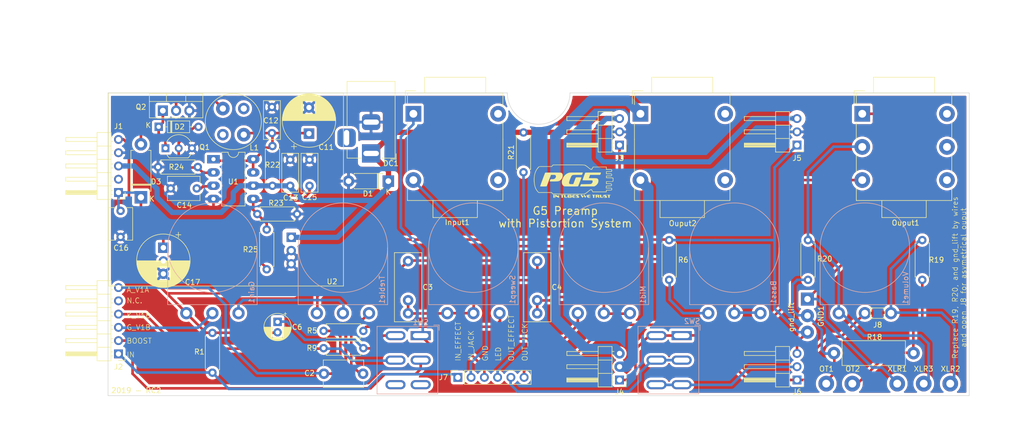
<source format=kicad_pcb>
(kicad_pcb (version 20171130) (host pcbnew "(5.1.2)-1")
  (title_block (title "Pream G5 with Pistortion System") (date 2019-04-25) (rev RC2) (company http://www.projetg5.com) (comment 2 "Licence under Creative Commons BY-NC-SA 4.0") (comment 3 "with A-wai Amplification and LemonAmps") (comment 4 http://www.projetg5.com))
  (layers (0 F.Cu signal) (31 B.Cu signal) (34 B.Paste user) (35 F.Paste user) (36 B.SilkS user) (37 F.SilkS user) (38 B.Mask user) (39 F.Mask user) (44 Edge.Cuts user))
  (net 0 "")
  (net 1 +24V)
  (net 2 "Net-(C2-Pad1)")
  (net 3 "Net-(Bass1-Pad1)")
  (net 4 "Net-(Bass1-Pad2)")
  (net 5 /SIMCAB_OUT)
  (net 6 "Net-(Gain1-Pad3)")
  (net 7 "Net-(GND1-Pad1)")
  (net 8 "Net-(OT2-Pad1)")
  (net 9 /A_V1A)
  (net 10 /G_V1B)
  (net 11 /IN_EFFECT)
  (net 12 /K_V1B)
  (net 13 "Net-(Ouput1-PadR)")
  (net 14 GNDS)
  (net 15 "Net-(J8-Pad1)")
  (net 16 /PEAK)
  (net 17 /HT2)
  (net 18 "Net-(D2-Pad1)")
  (net 19 "Net-(D2-Pad2)")
  (net 20 /HT1)
  (net 21 GNDREF)
  (net 22 /BOOST)
  (net 23 /LINE_OUT)
  (net 24 /HP2)
  (net 25 /HP1)
  (net 26 "Net-(J1-Pad2)")
  (net 27 "Net-(J2-Pad5)")
  (net 28 "Net-(SW1-Pad3)")
  (net 29 "Net-(SW1-Pad6)")
  (net 30 /IN_JACK)
  (net 31 /LED)
  (net 32 /OUT_EFFECT)
  (net 33 /OUT_JACK)
  (net 34 "Net-(C3-Pad2)")
  (net 35 "Net-(C4-Pad2)")
  (net 36 "Net-(C6-Pad1)")
  (net 37 "Net-(C14-Pad1)")
  (net 38 "Net-(C15-Pad1)")
  (net 39 "Net-(R5-Pad2)")
  (net 40 "Net-(GND1-Pad2)")
  (module Connector_Wire:SolderWirePad_1x03_P3.175mm_Drill1mm (layer F.Cu) (at 214 141.5 270)
    (fp_text reference GND1 (at 3.29 -2.59 90) (layer F.SilkS))
    (fp_text value GND)
    (pad 3 thru_hole circle (at 6.35 0 270) (size 2.49936 2.49936) (drill 1.2) (layers *.Cu *.Mask) (net 14 GNDS))
    (pad 2 thru_hole circle (at 3.175 0 270) (size 2.49936 2.49936) (drill 1.2) (layers *.Cu *.Mask) (net 40 "Net-(GND1-Pad2)"))
    (pad 1 thru_hole rect (at 0 0 270) (size 2.49936 2.49936) (drill 1.2) (layers *.Cu *.Mask) (net 7 "Net-(GND1-Pad1)"))
  )
  (module Symbol:PG5_Logo_15mm_SilkScreen (layer F.Cu) (at 169.2 118.66)
    (fp_text reference REF** hide)
    (fp_text value PG5_Logo_15mm_SilkScreen hide)
  )
  (module Capacitor_THT:CP_Radial_D5.0mm_P2.00mm (layer F.Cu) (at 112.48 145.87 270)
    (fp_text reference C6 (at 1 -3.75 180) (layer F.SilkS))
    (fp_text value 22µF/25V)
    (pad 2 thru_hole circle (at 2 0 270) (size 1.6 1.6) (drill 0.8) (layers *.Cu *.Mask) (net 14 GNDS))
    (pad 1 thru_hole rect (at 0 0 270) (size 1.6 1.6) (drill 0.8) (layers *.Cu *.Mask) (net 36 "Net-(C6-Pad1)"))
  )
  (module Resistor_THT:R_Axial_DIN0414_L11.9mm_D4.5mm_P15.24mm_Horizontal (layer F.Cu) (at 234.32 151.85 180)
    (fp_text reference R18 (at 7.47 3.06 180) (layer F.SilkS))
    (fp_text value 100R/2W)
    (pad 2 thru_hole oval (at 15.24 0 180) (size 2.4 2.4) (drill 1.2) (layers *.Cu *.Mask) (net 40 "Net-(GND1-Pad2)"))
    (pad 1 thru_hole circle (at 0 0 180) (size 2.4 2.4) (drill 1.2) (layers *.Cu *.Mask) (net 8 "Net-(OT2-Pad1)"))
  )
  (module Converter_DCDC:NCH6100HV (layer F.Cu) (at 125.1 139 180)
    (fp_text reference U2 (at 2.18 0.85 180) (layer F.SilkS))
    (fp_text value NCH6100HV)
    (pad 4 thru_hole rect (at 34.5 7.34 180) (size 1.8 1.8) (drill 1) (layers *.Cu *.Mask) (net 17 /HT2))
    (pad 5 thru_hole circle (at 34.5 4.8 180) (size 1.8 1.8) (drill 1) (layers *.Cu *.Mask) (net 21 GNDREF))
    (pad 1 thru_hole rect (at 10 9.33 180) (size 1.8 1.8) (drill 1) (layers *.Cu *.Mask) (net 1 +24V))
    (pad 2 thru_hole circle (at 10 6.79 180) (size 1.8 1.8) (drill 1) (layers *.Cu *.Mask) (net 21 GNDREF))
    (pad 3 thru_hole circle (at 10 4.25 180) (size 1.8 1.8) (drill 1) (layers *.Cu *.Mask) (net 21 GNDREF))
  )
  (module ProjectLib_main:C_Rect_L13.0mm_W5.0mm_P7.5mm_or_P10.00mm_FKS3_FKP3_MKS4 (layer F.Cu) (at 162.23 134.23 270)
    (fp_text reference C4 (at 5 -3.75) (layer F.SilkS))
    (fp_text value 47nF)
    (pad 2 thru_hole circle (at 10 0 270) (size 2 2) (drill 1) (layers *.Cu *.Mask) (net 35 "Net-(C4-Pad2)"))
    (pad 1 thru_hole circle (at 0 0 270) (size 2 2) (drill 1) (layers *.Cu *.Mask) (net 34 "Net-(C3-Pad2)"))
    (pad 3 thru_hole circle (at 7.5 0 270) (size 2 2) (drill 1) (layers *.Cu *.Mask))
  )
  (module ProjectLib_main:C_Rect_L13.0mm_W5.0mm_P7.5mm_or_P10.00mm_FKS3_FKP3_MKS4 (layer F.Cu) (at 137.49 134.23 270)
    (fp_text reference C3 (at 5 -3.75) (layer F.SilkS))
    (fp_text value 100nF)
    (pad 2 thru_hole circle (at 10 0 270) (size 2 2) (drill 1) (layers *.Cu *.Mask) (net 34 "Net-(C3-Pad2)"))
    (pad 1 thru_hole circle (at 0 0 270) (size 2 2) (drill 1) (layers *.Cu *.Mask) (net 4 "Net-(Bass1-Pad2)"))
    (pad 3 thru_hole circle (at 7.5 0 270) (size 2 2) (drill 1) (layers *.Cu *.Mask))
  )
  (module ProjectLib_main:Jack_6.35mm_Neutrik_NMJ4HCD2_Horizontal (layer F.Cu) (at 182 118.7 90)
    (fp_text reference Ouput2 (at -8.3 8.1 180) (layer F.SilkS))
    (fp_text value HP)
    (pad TN thru_hole circle (at 0 16.23 90) (size 3 3) (drill 1.5) (layers *.Cu *.Mask))
    (pad SN thru_hole circle (at 12.7 16.23 90) (size 3 3) (drill 1.5) (layers *.Cu *.Mask))
    (pad T thru_hole circle (at 0 0 90) (size 3 3) (drill 1.5) (layers *.Cu *.Mask) (net 25 /HP1))
    (pad S thru_hole rect (at 12.7 0 90) (size 3 3) (drill 1.5) (layers *.Cu *.Mask) (net 24 /HP2))
  )
  (module ProjectLib_main:Jack_6.35mm_Neutrik_NMJ4HCD2_Horizontal (layer F.Cu) (at 138.5 118.7 90)
    (fp_text reference Input1 (at -8.1 8.4 180) (layer F.SilkS))
    (fp_text value Input)
    (pad TN thru_hole circle (at 0 16.23 90) (size 3 3) (drill 1.5) (layers *.Cu *.Mask))
    (pad SN thru_hole circle (at 12.7 16.23 90) (size 3 3) (drill 1.5) (layers *.Cu *.Mask))
    (pad T thru_hole circle (at 0 0 90) (size 3 3) (drill 1.5) (layers *.Cu *.Mask) (net 30 /IN_JACK))
    (pad S thru_hole rect (at 12.7 0 90) (size 3 3) (drill 1.5) (layers *.Cu *.Mask) (net 14 GNDS))
  )
  (module Connector_Audio:Jack_3.5mm_Neutrik_NMJ6HCD2_Horizontal (layer F.Cu) (at 224.5 118.7 90)
    (fp_text reference Ouput1 (at -8.2 8.3 180) (layer F.SilkS))
    (fp_text value Out)
    (pad S thru_hole rect (at 12.7 0 90) (size 3 3) (drill 1.5) (layers *.Cu *.Mask) (net 7 "Net-(GND1-Pad1)"))
    (pad T thru_hole circle (at 0 0 90) (size 3 3) (drill 1.5) (layers *.Cu *.Mask) (net 33 /OUT_JACK))
    (pad R thru_hole circle (at 6.35 0 90) (size 3 3) (drill 1.5) (layers *.Cu *.Mask) (net 13 "Net-(Ouput1-PadR)"))
    (pad SN thru_hole circle (at 12.7 16.23 90) (size 3 3) (drill 1.5) (layers *.Cu *.Mask))
    (pad TN thru_hole circle (at 0 16.23 90) (size 3 3) (drill 1.5) (layers *.Cu *.Mask))
    (pad RN thru_hole circle (at 6.35 16.23 90) (size 3 3) (drill 1.5) (layers *.Cu *.Mask))
  )
  (module Potentiometer_THT:Potentiometer_Omeg_PC16BU_Vertical (layer B.Cu) (at 95 144.2 90)
    (fp_text reference Gain1 (at 4 12.5 90) (layer B.SilkS) (effects (justify mirror)))
    (fp_text value "1M log")
    (pad 3 thru_hole circle (at 0 10 90) (size 2.34 2.34) (drill 1.3) (layers *.Cu *.Mask) (net 6 "Net-(Gain1-Pad3)"))
    (pad 2 thru_hole circle (at 0 5 90) (size 2.34 2.34) (drill 1.3) (layers *.Cu *.Mask) (net 10 /G_V1B))
    (pad 1 thru_hole circle (at 0 0 90) (size 2.34 2.34) (drill 1.3) (layers *.Cu *.Mask) (net 14 GNDS))
  )
  (module Potentiometer_THT:Potentiometer_Omeg_PC16BU_Vertical (layer B.Cu) (at 145 144.2 90)
    (fp_text reference Sweep1 (at 4.5 12.5 90) (layer B.SilkS) (effects (justify mirror)))
    (fp_text value "50k lin")
    (pad 3 thru_hole circle (at 0 10 90) (size 2.34 2.34) (drill 1.3) (layers *.Cu *.Mask) (net 39 "Net-(R5-Pad2)"))
    (pad 2 thru_hole circle (at 0 5 90) (size 2.34 2.34) (drill 1.3) (layers *.Cu *.Mask) (net 34 "Net-(C3-Pad2)"))
    (pad 1 thru_hole circle (at 0 0 90) (size 2.34 2.34) (drill 1.3) (layers *.Cu *.Mask) (net 34 "Net-(C3-Pad2)"))
  )
  (module Potentiometer_THT:Potentiometer_Omeg_PC16BU_Vertical (layer B.Cu) (at 170 144.2 90)
    (fp_text reference Mid1 (at 3.5 12.5 90) (layer B.SilkS) (effects (justify mirror)))
    (fp_text value "100k log")
    (pad 3 thru_hole circle (at 0 10 90) (size 2.34 2.34) (drill 1.3) (layers *.Cu *.Mask) (net 35 "Net-(C4-Pad2)"))
    (pad 2 thru_hole circle (at 0 5 90) (size 2.34 2.34) (drill 1.3) (layers *.Cu *.Mask) (net 35 "Net-(C4-Pad2)"))
    (pad 1 thru_hole circle (at 0 0 90) (size 2.34 2.34) (drill 1.3) (layers *.Cu *.Mask) (net 14 GNDS))
  )
  (module Potentiometer_THT:Potentiometer_Omeg_PC16BU_Vertical (layer B.Cu) (at 120 144.2 90)
    (fp_text reference Treble1 (at 4.5 12.5 90) (layer B.SilkS) (effects (justify mirror)))
    (fp_text value "250k lin")
    (pad 3 thru_hole circle (at 0 10 90) (size 2.34 2.34) (drill 1.3) (layers *.Cu *.Mask) (net 2 "Net-(C2-Pad1)"))
    (pad 2 thru_hole circle (at 0 5 90) (size 2.34 2.34) (drill 1.3) (layers *.Cu *.Mask) (net 6 "Net-(Gain1-Pad3)"))
    (pad 1 thru_hole circle (at 0 0 90) (size 2.34 2.34) (drill 1.3) (layers *.Cu *.Mask) (net 4 "Net-(Bass1-Pad2)"))
  )
  (module Potentiometer_THT:Potentiometer_Omeg_PC16BU_Vertical (layer B.Cu) (at 195 144.2 90)
    (fp_text reference Bass1 (at 4 12.5 90) (layer B.SilkS) (effects (justify mirror)))
    (fp_text value "250k log")
    (pad 3 thru_hole circle (at 0 10 90) (size 2.34 2.34) (drill 1.3) (layers *.Cu *.Mask) (net 4 "Net-(Bass1-Pad2)"))
    (pad 2 thru_hole circle (at 0 5 90) (size 2.34 2.34) (drill 1.3) (layers *.Cu *.Mask) (net 4 "Net-(Bass1-Pad2)"))
    (pad 1 thru_hole circle (at 0 0 90) (size 2.34 2.34) (drill 1.3) (layers *.Cu *.Mask) (net 3 "Net-(Bass1-Pad1)"))
  )
  (module Potentiometer_THT:Potentiometer_Omeg_PC16BU_Vertical (layer B.Cu) (at 220 144.2 90)
    (fp_text reference Volume1 (at 4.8 12.8 90) (layer B.SilkS) (effects (justify mirror)))
    (fp_text value 1k)
    (pad 3 thru_hole circle (at 0 10 90) (size 2.34 2.34) (drill 1.3) (layers *.Cu *.Mask) (net 15 "Net-(J8-Pad1)"))
    (pad 2 thru_hole circle (at 0 5 90) (size 2.34 2.34) (drill 1.3) (layers *.Cu *.Mask) (net 23 /LINE_OUT))
    (pad 1 thru_hole circle (at 0 0 90) (size 2.34 2.34) (drill 1.3) (layers *.Cu *.Mask) (net 13 "Net-(Ouput1-PadR)"))
  )
  (module Diode_THT:D_DO-41_SOD81_P7.62mm_Horizontal (layer F.Cu) (at 133.7 118.9 180)
    (fp_text reference D1 (at 3.9 -2.4) (layer F.SilkS))
    (fp_text value 1N4007)
    (fp_text user K (at 0 -2.1 180) (layer F.SilkS))
    (pad 1 thru_hole rect (at 0 0 180) (size 2.2 2.2) (drill 1.1) (layers *.Cu *.Mask) (net 1 +24V))
    (pad 2 thru_hole oval (at 7.62 0 180) (size 2.2 2.2) (drill 1.1) (layers *.Cu *.Mask) (net 21 GNDREF))
  )
  (module Connector_Wire:SolderWirePad_1x01_Drill2mm (layer F.Cu) (at 222.68 157.2)
    (fp_text reference OT2 (at -0.01 -2.32) (layer F.SilkS))
    (fp_text value 125A)
    (pad 1 thru_hole circle (at -0.08 0.5) (size 3 3) (drill 1.5) (layers *.Cu *.Mask) (net 8 "Net-(OT2-Pad1)"))
  )
  (module Connector_Wire:SolderWirePad_1x01_Drill2mm (layer F.Cu) (at 217.6 157.2)
    (fp_text reference OT1 (at 0.04 -2.32) (layer F.SilkS))
    (fp_text value 125A)
    (pad 1 thru_hole circle (at 0 0.5) (size 3 3) (drill 1.5) (layers *.Cu *.Mask) (net 40 "Net-(GND1-Pad2)"))
  )
  (module Connector_BarrelJack:BarrelJack_Horizontal (layer F.Cu) (at 130.4 113.6 270)
    (fp_text reference DC1 (at 1.9 -3.8) (layer F.SilkS))
    (fp_text value Barrel_Jack)
    (pad 1 thru_hole rect (at 0 0 270) (size 3.5 3.5) (drill oval 1 3) (layers *.Cu *.Mask) (net 1 +24V))
    (pad 2 thru_hole roundrect (at -6 0 270) (size 3 3.5) (drill oval 1 3) (layers *.Cu *.Mask) (net 21 GNDREF))
    (pad 3 thru_hole roundrect (at -3 4.7 270) (size 3.5 3.5) (drill oval 3 1) (layers *.Cu *.Mask))
  )
  (module Connector_Wire:SolderWirePad_1x01_Drill2mm (layer F.Cu) (at 231.2 157.2)
    (fp_text reference XLR1 (at 0.02 -2.32) (layer F.SilkS))
    (fp_text value 1)
    (pad 1 thru_hole circle (at 0 0.5) (size 3 3) (drill 1.5) (layers *.Cu *.Mask) (net 7 "Net-(GND1-Pad1)"))
  )
  (module Connector_Wire:SolderWirePad_1x01_Drill2mm (layer F.Cu) (at 241.36 157.2)
    (fp_text reference XLR2 (at 0.05 -2.32) (layer F.SilkS))
    (fp_text value 2)
    (pad 1 thru_hole circle (at 0 0.5) (size 3 3) (drill 1.5) (layers *.Cu *.Mask) (net 15 "Net-(J8-Pad1)"))
  )
  (module Connector_Wire:SolderWirePad_1x01_Drill2mm (layer F.Cu) (at 236.28 157.2)
    (fp_text reference XLR3 (at -0.03 -2.32) (layer F.SilkS))
    (fp_text value 3)
    (pad 1 thru_hole circle (at 0 0.5) (size 3 3) (drill 1.5) (layers *.Cu *.Mask) (net 13 "Net-(Ouput1-PadR)"))
  )
  (module Capacitor_THT:C_Disc_D7.5mm_W5.0mm_P7.50mm (layer F.Cu) (at 128.86 155.8 180)
    (fp_text reference C2 (at 10.26 0.1) (layer F.SilkS))
    (fp_text value 250pF)
    (pad 1 thru_hole circle (at 0 0 180) (size 2 2) (drill 1) (layers *.Cu *.Mask) (net 2 "Net-(C2-Pad1)"))
    (pad 2 thru_hole circle (at 7.5 0 180) (size 2 2) (drill 1) (layers *.Cu *.Mask) (net 9 /A_V1A))
  )
  (module Jumper:SolderJumper-2_P1.3mm_Open_Pad1.0x1.5mm (layer F.Cu) (at 227.45 144.2 180)
    (fp_text reference J8 (at 0 -2.25 180) (layer F.SilkS))
    (fp_text value "LEVEL 3-2")
    (pad 2 smd rect (at 0.65 0 180) (size 1 1.5) (layers F.Cu F.Mask) (net 23 /LINE_OUT))
    (pad 1 smd rect (at -0.65 0 180) (size 1 1.5) (layers F.Cu F.Mask) (net 15 "Net-(J8-Pad1)"))
  )
  (module Resistor_THT:R_Axial_DIN0207_L6.3mm_D2.5mm_P7.62mm_Horizontal (layer F.Cu) (at 100 155.6 90)
    (fp_text reference R1 (at 4 -2.5) (layer F.SilkS))
    (fp_text value 1M)
    (pad 1 thru_hole circle (at 0 0 90) (size 1.6 1.6) (drill 0.8) (layers *.Cu *.Mask) (net 11 /IN_EFFECT))
    (pad 2 thru_hole oval (at 7.62 0 90) (size 1.6 1.6) (drill 0.8) (layers *.Cu *.Mask) (net 14 GNDS))
  )
  (module Resistor_THT:R_Axial_DIN0207_L6.3mm_D2.5mm_P7.62mm_Horizontal (layer F.Cu) (at 121.3 147.6)
    (fp_text reference R5 (at -2.2 -0.05) (layer F.SilkS))
    (fp_text value 47k)
    (pad 1 thru_hole circle (at 0 0) (size 1.6 1.6) (drill 0.8) (layers *.Cu *.Mask) (net 9 /A_V1A))
    (pad 2 thru_hole oval (at 7.62 0) (size 1.6 1.6) (drill 0.8) (layers *.Cu *.Mask) (net 39 "Net-(R5-Pad2)"))
  )
  (module Resistor_THT:R_Axial_DIN0207_L6.3mm_D2.5mm_P7.62mm_Horizontal (layer F.Cu) (at 187.5 137.82 90)
    (fp_text reference R6 (at 3.82 2.7 180) (layer F.SilkS))
    (fp_text value 15k)
    (pad 1 thru_hole circle (at 0 0 90) (size 1.6 1.6) (drill 0.8) (layers *.Cu *.Mask) (net 3 "Net-(Bass1-Pad1)"))
    (pad 2 thru_hole oval (at 7.62 0 90) (size 1.6 1.6) (drill 0.8) (layers *.Cu *.Mask) (net 14 GNDS))
  )
  (module Resistor_THT:R_Axial_DIN0207_L6.3mm_D2.5mm_P7.62mm_Horizontal (layer F.Cu) (at 121.3 150.9)
    (fp_text reference R9 (at -2.25 0) (layer F.SilkS))
    (fp_text value 100k)
    (pad 2 thru_hole oval (at 7.62 0) (size 1.6 1.6) (drill 0.8) (layers *.Cu *.Mask) (net 36 "Net-(C6-Pad1)"))
    (pad 1 thru_hole circle (at 0 0) (size 1.6 1.6) (drill 0.8) (layers *.Cu *.Mask) (net 12 /K_V1B))
  )
  (module Resistor_THT:R_Axial_DIN0207_L6.3mm_D2.5mm_P7.62mm_Horizontal (layer F.Cu) (at 236 130.2 270)
    (fp_text reference R19 (at 3.8 -2.7) (layer F.SilkS))
    (fp_text value 330R)
    (pad 2 thru_hole oval (at 7.62 0 270) (size 1.6 1.6) (drill 0.8) (layers *.Cu *.Mask) (net 8 "Net-(OT2-Pad1)"))
    (pad 1 thru_hole circle (at 0 0 270) (size 1.6 1.6) (drill 0.8) (layers *.Cu *.Mask) (net 15 "Net-(J8-Pad1)"))
  )
  (module Resistor_THT:R_Axial_DIN0207_L6.3mm_D2.5mm_P7.62mm_Horizontal (layer F.Cu) (at 214.1 130.2 270)
    (fp_text reference R20 (at 3.6 -3.2) (layer F.SilkS))
    (fp_text value 330R)
    (pad 1 thru_hole circle (at 0 0 270) (size 1.6 1.6) (drill 0.8) (layers *.Cu *.Mask) (net 13 "Net-(Ouput1-PadR)"))
    (pad 2 thru_hole oval (at 7.62 0 270) (size 1.6 1.6) (drill 0.8) (layers *.Cu *.Mask) (net 40 "Net-(GND1-Pad2)"))
  )
  (module Connector_PinHeader_2.54mm:PinHeader_1x03_P2.54mm_Horizontal (layer F.Cu) (at 178 112 180)
    (fp_text reference J3 (at 0 -2.5 180) (layer F.SilkS))
    (fp_text value PSU_AMP)
    (pad 3 thru_hole oval (at 0 5.08 180) (size 1.7 1.7) (drill 1) (layers *.Cu *.Mask) (net 1 +24V))
    (pad 2 thru_hole oval (at 0 2.54 180) (size 1.7 1.7) (drill 1) (layers *.Cu *.Mask) (net 21 GNDREF))
    (pad 1 thru_hole rect (at 0 0 180) (size 1.7 1.7) (drill 1) (layers *.Cu *.Mask) (net 14 GNDS))
  )
  (module Connector_PinHeader_2.54mm:PinHeader_1x03_P2.54mm_Horizontal (layer F.Cu) (at 212 112 180)
    (fp_text reference J5 (at 0 -2.5 180) (layer F.SilkS))
    (fp_text value PSU_SIMCAB)
    (pad 1 thru_hole rect (at 0 0 180) (size 1.7 1.7) (drill 1) (layers *.Cu *.Mask) (net 14 GNDS))
    (pad 2 thru_hole oval (at 0 2.54 180) (size 1.7 1.7) (drill 1) (layers *.Cu *.Mask) (net 21 GNDREF))
    (pad 3 thru_hole oval (at 0 5.08 180) (size 1.7 1.7) (drill 1) (layers *.Cu *.Mask) (net 1 +24V))
  )
  (module Connector_PinHeader_2.54mm:PinHeader_1x06_P2.54mm_Horizontal (layer F.Cu) (at 82 152 180)
    (fp_text reference J2 (at 0 -2.5 180) (layer F.SilkS))
    (fp_text value PCB_TUBE)
    (pad 1 thru_hole rect (at 0 0 180) (size 1.7 1.7) (drill 1) (layers *.Cu *.Mask) (net 11 /IN_EFFECT))
    (pad 2 thru_hole oval (at 0 2.54 180) (size 1.7 1.7) (drill 1) (layers *.Cu *.Mask) (net 22 /BOOST))
    (pad 3 thru_hole oval (at 0 5.08 180) (size 1.7 1.7) (drill 1) (layers *.Cu *.Mask) (net 10 /G_V1B))
    (pad 4 thru_hole oval (at 0 7.62 180) (size 1.7 1.7) (drill 1) (layers *.Cu *.Mask) (net 12 /K_V1B))
    (pad 5 thru_hole oval (at 0 10.16 180) (size 1.7 1.7) (drill 1) (layers *.Cu *.Mask) (net 27 "Net-(J2-Pad5)"))
    (pad 6 thru_hole oval (at 0 12.7 180) (size 1.7 1.7) (drill 1) (layers *.Cu *.Mask) (net 9 /A_V1A))
  )
  (module Connector_PinHeader_2.54mm:PinHeader_1x03_P2.54mm_Horizontal (layer F.Cu) (at 212 157 180)
    (fp_text reference J6 (at 0 -2.27 180) (layer F.SilkS))
    (fp_text value SIMCAB)
    (pad 1 thru_hole rect (at 0 0 180) (size 1.7 1.7) (drill 1) (layers *.Cu *.Mask) (net 23 /LINE_OUT))
    (pad 2 thru_hole oval (at 0 2.54 180) (size 1.7 1.7) (drill 1) (layers *.Cu *.Mask) (net 5 /SIMCAB_OUT))
    (pad 3 thru_hole oval (at 0 5.08 180) (size 1.7 1.7) (drill 1) (layers *.Cu *.Mask) (net 14 GNDS))
  )
  (module Connector_PinHeader_2.54mm:PinHeader_1x03_P2.54mm_Horizontal (layer F.Cu) (at 178 157 180)
    (fp_text reference J4 (at 0 -2.27 180) (layer F.SilkS))
    (fp_text value AMP)
    (pad 3 thru_hole oval (at 0 5.08 180) (size 1.7 1.7) (drill 1) (layers *.Cu *.Mask) (net 24 /HP2))
    (pad 2 thru_hole oval (at 0 2.54 180) (size 1.7 1.7) (drill 1) (layers *.Cu *.Mask) (net 25 /HP1))
    (pad 1 thru_hole rect (at 0 0 180) (size 1.7 1.7) (drill 1) (layers *.Cu *.Mask) (net 23 /LINE_OUT))
  )
  (module Capacitor_THT:C_Rect_L7.2mm_W3.0mm_P5.00mm_FKS2_FKP2_MKS2_MKP2 (layer F.Cu) (at 114.9 119.8 90)
    (fp_text reference C13 (at -2.3 0.1 180) (layer F.SilkS))
    (fp_text value 100n)
    (pad 2 thru_hole circle (at 5 0 90) (size 1.6 1.6) (drill 0.8) (layers *.Cu *.Mask) (net 21 GNDREF))
    (pad 1 thru_hole circle (at 0 0 90) (size 1.6 1.6) (drill 0.8) (layers *.Cu *.Mask) (net 1 +24V))
  )
  (module Capacitor_THT:CP_Radial_D10.0mm_P5.00mm (layer F.Cu) (at 118.5 109.8 90)
    (fp_text reference C11 (at -2.6 3.3 180) (layer F.SilkS))
    (fp_text value 470µ)
    (pad 2 thru_hole circle (at 5 0 90) (size 2 2) (drill 1) (layers *.Cu *.Mask) (net 21 GNDREF))
    (pad 1 thru_hole rect (at 0 0 90) (size 2 2) (drill 1) (layers *.Cu *.Mask) (net 16 /PEAK))
  )
  (module Capacitor_THT:C_Rect_L7.2mm_W3.0mm_P5.00mm_FKS2_FKP2_MKS2_MKP2 (layer F.Cu) (at 111.4 109.7 90)
    (fp_text reference C12 (at 2.4 -0.2 180) (layer F.SilkS))
    (fp_text value 100n)
    (pad 1 thru_hole circle (at 0 0 90) (size 1.6 1.6) (drill 0.8) (layers *.Cu *.Mask) (net 16 /PEAK))
    (pad 2 thru_hole circle (at 5 0 90) (size 1.6 1.6) (drill 0.8) (layers *.Cu *.Mask) (net 21 GNDREF))
  )
  (module Capacitor_THT:C_Disc_D6.0mm_W4.4mm_P5.00mm (layer F.Cu) (at 97 120.3 180)
    (fp_text reference C14 (at 2.4 -3.2 180) (layer F.SilkS))
    (fp_text value 470p)
    (pad 1 thru_hole circle (at 0 0 180) (size 1.6 1.6) (drill 0.8) (layers *.Cu *.Mask) (net 37 "Net-(C14-Pad1)"))
    (pad 2 thru_hole circle (at 5 0 180) (size 1.6 1.6) (drill 0.8) (layers *.Cu *.Mask) (net 21 GNDREF))
  )
  (module Capacitor_THT:C_Rect_L7.2mm_W3.0mm_P5.00mm_FKS2_FKP2_MKS2_MKP2 (layer F.Cu) (at 118.6 119.8 90)
    (fp_text reference C15 (at -2.2 0 180) (layer F.SilkS))
    (fp_text value 100n)
    (pad 1 thru_hole circle (at 0 0 90) (size 1.6 1.6) (drill 0.8) (layers *.Cu *.Mask) (net 38 "Net-(C15-Pad1)"))
    (pad 2 thru_hole circle (at 5 0 90) (size 1.6 1.6) (drill 0.8) (layers *.Cu *.Mask) (net 21 GNDREF))
  )
  (module Capacitor_THT:C_Disc_D6.0mm_W4.4mm_P5.00mm (layer F.Cu) (at 82.4 124.6 270)
    (fp_text reference C16 (at 7.1 -0.1 180) (layer F.SilkS))
    (fp_text value 10n/400V)
    (pad 2 thru_hole circle (at 5 0 270) (size 1.6 1.6) (drill 0.8) (layers *.Cu *.Mask) (net 21 GNDREF))
    (pad 1 thru_hole circle (at 0 0 270) (size 1.6 1.6) (drill 0.8) (layers *.Cu *.Mask) (net 17 /HT2))
  )
  (module Capacitor_THT:CP_Radial_D10.0mm_P5.00mm (layer F.Cu) (at 90.6 131.66 270)
    (fp_text reference C17 (at 6.6 -5.6) (layer F.SilkS))
    (fp_text value 4.7µ/400V)
    (pad 1 thru_hole rect (at 0 0 270) (size 2 2) (drill 1) (layers *.Cu *.Mask) (net 17 /HT2))
    (pad 2 thru_hole circle (at 5 0 270) (size 2 2) (drill 1) (layers *.Cu *.Mask) (net 21 GNDREF))
  )
  (module Diode_THT:D_DO-35_SOD27_P7.62mm_Horizontal (layer F.Cu) (at 89.7 108.5)
    (fp_text reference D2 (at 4 0) (layer F.SilkS))
    (fp_text value 1N4148)
    (fp_text user K (at -2 -0.3) (layer F.SilkS))
    (pad 1 thru_hole rect (at 0 0) (size 1.6 1.6) (drill 0.8) (layers *.Cu *.Mask) (net 18 "Net-(D2-Pad1)"))
    (pad 2 thru_hole oval (at 7.62 0) (size 1.6 1.6) (drill 0.8) (layers *.Cu *.Mask) (net 19 "Net-(D2-Pad2)"))
  )
  (module Diode_THT:D_DO-15_P10.16mm_Horizontal (layer F.Cu) (at 86.3 122 90)
    (fp_text reference D3 (at 3 2.9 180) (layer F.SilkS))
    (fp_text value BYV26)
    (fp_text user K (at -0.3 2.1 180) (layer F.SilkS))
    (pad 1 thru_hole rect (at 0 0 90) (size 2.4 2.4) (drill 1.2) (layers *.Cu *.Mask) (net 17 /HT2))
    (pad 2 thru_hole oval (at 10.16 0 90) (size 2.4 2.4) (drill 1.2) (layers *.Cu *.Mask) (net 20 /HT1))
  )
  (module Package_TO_SOT_THT:TO-92_Inline_Wide (layer F.Cu) (at 91 112.6)
    (fp_text reference Q1 (at 7.5 -0.2) (layer F.SilkS))
    (fp_text value MPS751)
    (pad 2 thru_hole circle (at 2.54 0 90) (size 1.5 1.5) (drill 0.8) (layers *.Cu *.Mask) (net 19 "Net-(D2-Pad2)"))
    (pad 3 thru_hole circle (at 5.08 0 90) (size 1.5 1.5) (drill 0.8) (layers *.Cu *.Mask) (net 21 GNDREF))
    (pad 1 thru_hole rect (at 0 0 90) (size 1.5 1.5) (drill 0.8) (layers *.Cu *.Mask) (net 18 "Net-(D2-Pad1)"))
  )
  (module Package_TO_SOT_THT:TO-220-3_Vertical (layer F.Cu) (at 90.5 105.4)
    (fp_text reference Q2 (at -4.2 -0.7) (layer F.SilkS))
    (fp_text value IRF740)
    (pad 1 thru_hole rect (at 0 0) (size 1.905 2) (drill 1.1) (layers *.Cu *.Mask) (net 18 "Net-(D2-Pad1)"))
    (pad 2 thru_hole oval (at 2.54 0) (size 1.905 2) (drill 1.1) (layers *.Cu *.Mask) (net 20 /HT1))
    (pad 3 thru_hole oval (at 5.08 0) (size 1.905 2) (drill 1.1) (layers *.Cu *.Mask) (net 21 GNDREF))
  )
  (module Resistor_THT:R_Axial_DIN0207_L6.3mm_D2.5mm_P7.62mm_Horizontal (layer F.Cu) (at 111.5 119.8 90)
    (fp_text reference R22 (at 4 0 180) (layer F.SilkS))
    (fp_text value 0.22R)
    (pad 2 thru_hole oval (at 7.62 0 90) (size 1.6 1.6) (drill 0.8) (layers *.Cu *.Mask) (net 16 /PEAK))
    (pad 1 thru_hole circle (at 0 0 90) (size 1.6 1.6) (drill 0.8) (layers *.Cu *.Mask) (net 1 +24V))
  )
  (module Resistor_THT:R_Axial_DIN0207_L6.3mm_D2.5mm_P7.62mm_Horizontal (layer F.Cu) (at 108.6 125.2)
    (fp_text reference R23 (at 3.6 -2.1) (layer F.SilkS))
    (fp_text value 1.8k)
    (pad 2 thru_hole oval (at 7.62 0) (size 1.6 1.6) (drill 0.8) (layers *.Cu *.Mask) (net 21 GNDREF))
    (pad 1 thru_hole circle (at 0 0) (size 1.6 1.6) (drill 0.8) (layers *.Cu *.Mask) (net 38 "Net-(C15-Pad1)"))
  )
  (module Resistor_THT:R_Axial_DIN0207_L6.3mm_D2.5mm_P7.62mm_Horizontal (layer F.Cu) (at 97.2 116.2 180)
    (fp_text reference R24 (at 4.1 0 180) (layer F.SilkS))
    (fp_text value 1k)
    (pad 1 thru_hole circle (at 0 0 180) (size 1.6 1.6) (drill 0.8) (layers *.Cu *.Mask) (net 19 "Net-(D2-Pad2)"))
    (pad 2 thru_hole oval (at 7.62 0 180) (size 1.6 1.6) (drill 0.8) (layers *.Cu *.Mask) (net 21 GNDREF))
  )
  (module Resistor_THT:R_Axial_DIN0207_L6.3mm_D2.5mm_P7.62mm_Horizontal (layer F.Cu) (at 110.4 135.8 90)
    (fp_text reference R25 (at 3.8 -3.1) (layer F.SilkS))
    (fp_text value 430k)
    (pad 1 thru_hole circle (at 0 0 90) (size 1.6 1.6) (drill 0.8) (layers *.Cu *.Mask) (net 17 /HT2))
    (pad 2 thru_hole oval (at 7.62 0 90) (size 1.6 1.6) (drill 0.8) (layers *.Cu *.Mask) (net 38 "Net-(C15-Pad1)"))
  )
  (module Package_DIP:DIP-8_W7.62mm_LongPads (layer F.Cu) (at 100.2 114.7)
    (fp_text reference U1 (at 3.8 4.3) (layer F.SilkS))
    (fp_text value MC34063AP)
    (pad 1 thru_hole rect (at 0 0) (size 2.4 1.6) (drill 0.8) (layers *.Cu *.Mask) (net 16 /PEAK))
    (pad 5 thru_hole oval (at 7.62 7.62) (size 2.4 1.6) (drill 0.8) (layers *.Cu *.Mask) (net 38 "Net-(C15-Pad1)"))
    (pad 2 thru_hole oval (at 0 2.54) (size 2.4 1.6) (drill 0.8) (layers *.Cu *.Mask) (net 19 "Net-(D2-Pad2)"))
    (pad 6 thru_hole oval (at 7.62 5.08) (size 2.4 1.6) (drill 0.8) (layers *.Cu *.Mask) (net 1 +24V))
    (pad 3 thru_hole oval (at 0 5.08) (size 2.4 1.6) (drill 0.8) (layers *.Cu *.Mask) (net 37 "Net-(C14-Pad1)"))
    (pad 7 thru_hole oval (at 7.62 2.54) (size 2.4 1.6) (drill 0.8) (layers *.Cu *.Mask) (net 16 /PEAK))
    (pad 4 thru_hole oval (at 0 7.62) (size 2.4 1.6) (drill 0.8) (layers *.Cu *.Mask) (net 21 GNDREF))
    (pad 8 thru_hole oval (at 7.62 0) (size 2.4 1.6) (drill 0.8) (layers *.Cu *.Mask) (net 16 /PEAK))
  )
  (module ProjectLib_main:L_Radial_D10.5mm_P5.00mm_MuRATA_1200RS (layer F.Cu) (at 106 110 180)
    (fp_text reference L1 (at -2 -2.5 180) (layer F.SilkS))
    (fp_text value 220µH/1.5A)
    (pad 2 thru_hole circle (at 4 5 180) (size 2.6 2.6) (drill 1.2) (layers *.Cu *.Mask) (net 20 /HT1))
    (pad 1 thru_hole circle (at 0 0 180) (size 2.6 2.6) (drill 1.2) (layers *.Cu *.Mask) (net 16 /PEAK))
    (pad "" thru_hole circle (at 0 5 180) (size 2.2 2.2) (drill 1.2) (layers *.Cu *.Mask))
    (pad "" thru_hole circle (at 4 0 180) (size 2.2 2.2) (drill 1.2) (layers *.Cu *.Mask))
  )
  (module Switch_lever:SW_CK_Lever_DPDT_72xx (layer B.Cu) (at 189.9 148.5 180)
    (fp_text reference SW2 (at -2 2.75) (layer B.SilkS) (effects (justify mirror)))
    (fp_text value SIMCAB)
    (pad 1 thru_hole rect (at 0 0 180) (size 3.85 1.73) (drill oval 2.99 0.96) (layers *.Cu *.Mask) (net 23 /LINE_OUT))
    (pad 2 thru_hole oval (at 0 -4.7 180) (size 3.85 1.73) (drill oval 2.99 0.96) (layers *.Cu *.Mask) (net 32 /OUT_EFFECT))
    (pad 3 thru_hole oval (at 0 -9.4 180) (size 3.85 1.73) (drill oval 2.99 0.96) (layers *.Cu *.Mask) (net 5 /SIMCAB_OUT))
    (pad 5 thru_hole oval (at 4.83 -4.7 180) (size 3.85 1.73) (drill oval 2.99 0.96) (layers *.Cu *.Mask) (net 32 /OUT_EFFECT))
    (pad 6 thru_hole oval (at 4.83 -9.4 180) (size 3.85 1.73) (drill oval 2.99 0.96) (layers *.Cu *.Mask) (net 5 /SIMCAB_OUT))
    (pad 4 thru_hole oval (at 4.83 0 180) (size 3.85 1.73) (drill oval 2.99 0.96) (layers *.Cu *.Mask) (net 23 /LINE_OUT))
  )
  (module Connector_PinHeader_2.54mm:PinHeader_1x05_P2.54mm_Horizontal (layer F.Cu) (at 82 121.08 180)
    (fp_text reference J1 (at 0 12.68 180) (layer F.SilkS))
    (fp_text value PSU_TUBE)
    (pad 1 thru_hole rect (at 0 0 180) (size 1.7 1.7) (drill 1) (layers *.Cu *.Mask) (net 17 /HT2))
    (pad 2 thru_hole oval (at 0 2.54 180) (size 1.7 1.7) (drill 1) (layers *.Cu *.Mask) (net 26 "Net-(J1-Pad2)"))
    (pad 3 thru_hole oval (at 0 5.08 180) (size 1.7 1.7) (drill 1) (layers *.Cu *.Mask) (net 1 +24V))
    (pad 4 thru_hole oval (at 0 7.62 180) (size 1.7 1.7) (drill 1) (layers *.Cu *.Mask) (net 21 GNDREF))
    (pad 5 thru_hole oval (at 0 10.16 180) (size 1.7 1.7) (drill 1) (layers *.Cu *.Mask) (net 14 GNDS))
  )
  (module Switch_lever:SW_CK_Lever_DPDT_72xx (layer B.Cu) (at 139.9 148.5 180)
    (fp_text reference SW1 (at 0 2.54) (layer B.SilkS) (effects (justify mirror)))
    (fp_text value Boost)
    (pad 1 thru_hole rect (at 0 0 180) (size 3.85 1.73) (drill oval 2.99 0.96) (layers *.Cu *.Mask) (net 14 GNDS))
    (pad 2 thru_hole oval (at 0 -4.7 180) (size 3.85 1.73) (drill oval 2.99 0.96) (layers *.Cu *.Mask) (net 22 /BOOST))
    (pad 3 thru_hole oval (at 0 -9.4 180) (size 3.85 1.73) (drill oval 2.99 0.96) (layers *.Cu *.Mask) (net 28 "Net-(SW1-Pad3)"))
    (pad 5 thru_hole oval (at 4.83 -4.7 180) (size 3.85 1.73) (drill oval 2.99 0.96) (layers *.Cu *.Mask) (net 12 /K_V1B))
    (pad 6 thru_hole oval (at 4.83 -9.4 180) (size 3.85 1.73) (drill oval 2.99 0.96) (layers *.Cu *.Mask) (net 29 "Net-(SW1-Pad6)"))
    (pad 4 thru_hole oval (at 4.83 0 180) (size 3.85 1.73) (drill oval 2.99 0.96) (layers *.Cu *.Mask) (net 36 "Net-(C6-Pad1)"))
  )
  (module Connector_PinSocket_2.54mm:PinSocket_1x06_P2.54mm_Vertical (layer F.Cu) (at 147.02 156.5 90)
    (fp_text reference J7 (at 0 -2.77 180) (layer F.SilkS))
    (fp_text value 3PDT)
    (pad 1 thru_hole rect (at 0 0 90) (size 1.7 1.7) (drill 1) (layers *.Cu *.Mask) (net 11 /IN_EFFECT))
    (pad 2 thru_hole oval (at 0 2.54 90) (size 1.7 1.7) (drill 1) (layers *.Cu *.Mask) (net 30 /IN_JACK))
    (pad 3 thru_hole oval (at 0 5.08 90) (size 1.7 1.7) (drill 1) (layers *.Cu *.Mask) (net 14 GNDS))
    (pad 4 thru_hole oval (at 0 7.62 90) (size 1.7 1.7) (drill 1) (layers *.Cu *.Mask) (net 31 /LED))
    (pad 5 thru_hole oval (at 0 10.16 90) (size 1.7 1.7) (drill 1) (layers *.Cu *.Mask) (net 32 /OUT_EFFECT))
    (pad 6 thru_hole oval (at 0 12.7 90) (size 1.7 1.7) (drill 1) (layers *.Cu *.Mask) (net 33 /OUT_JACK))
  )
  (module Resistor_THT:R_Axial_DIN0207_L6.3mm_D2.5mm_P7.62mm_Horizontal (layer F.Cu) (at 159.6 117.2 90)
    (fp_text reference R21 (at 3.81 -2.37 90) (layer F.SilkS))
    (fp_text value 100k)
    (pad 1 thru_hole circle (at 0 0 90) (size 1.6 1.6) (drill 0.8) (layers *.Cu *.Mask) (net 31 /LED))
    (pad 2 thru_hole oval (at 7.62 0 90) (size 1.6 1.6) (drill 0.8) (layers *.Cu *.Mask) (net 1 +24V))
  )
  (gr_text IN_EFFECT (at 147.07 149.603333 90) (layer F.SilkS) (effects (font (size 1 1) (thickness 0.1))))
  (gr_text A_V1A (at 85.72 139.72) (layer F.SilkS) (effects (font (size 1 1) (thickness 0.1))))
  (gr_text N.C. (at 85.077143 141.8) (layer F.SilkS) (effects (font (size 1 1) (thickness 0.1))))
  (gr_text K_V1B (at 85.862857 144.66) (layer F.SilkS) (effects (font (size 1 1) (thickness 0.1))))
  (gr_text G_V1B (at 85.862857 146.93) (layer F.SilkS) (effects (font (size 1 1) (thickness 0.1))))
  (gr_text BOOST (at 85.981905 149.51) (layer F.SilkS) (effects (font (size 1 1) (thickness 0.1))))
  (gr_text IN (at 84.339048 152.16) (layer F.SilkS) (effects (font (size 1 1) (thickness 0.1))))
  (gr_text OUT_JACK (at 159.87 149.77 90) (layer F.SilkS) (effects (font (size 1 1) (thickness 0.1))))
  (gr_text OUT_EFFECT (at 157.27 148.936666 90) (layer F.SilkS) (effects (font (size 1 1) (thickness 0.1))))
  (gr_text LED (at 154.77 152.031904 90) (layer F.SilkS) (effects (font (size 1 1) (thickness 0.1))))
  (gr_text GND (at 152.27 151.88 90) (layer F.SilkS) (effects (font (size 1 1) (thickness 0.1))))
  (gr_text IN_JACK (at 149.57 150.436666 90) (layer F.SilkS) (effects (font (size 1 1) (thickness 0.1))))
  (gr_text "2019 - RC2" (at 85.4 159) (layer F.SilkS) (effects (font (size 1 1))))
  (gr_text "G5 Preamp\nwith Pistortion System" (at 167.6 125.8) (layer F.SilkS) (effects (font (size 1.5 1.5) (thickness 0.2))))
  (gr_text "Replace R19, R20, and gnd_lift by wires\nand open J8 for asymetrical ouput" (at 243.1 137.4 90) (layer F.SilkS) (effects (font (size 1 1) (thickness 0.1))))
  (gr_text gnd_lift (at 210.91 144.96 90) (layer F.SilkS) (effects (font (size 1 1))))
  (gr_arc (start 162.5 102) (end 156.5 102) (angle -180) (layer Edge.Cuts) (width 0.1))
  (gr_line (start 80 102) (end 156.5 102) (layer Edge.Cuts) (width 0.1))
  (gr_line (start 80 160) (end 80 102) (layer Edge.Cuts) (width 0.1))
  (gr_line (start 245 102) (end 168.5 102) (layer Edge.Cuts) (width 0.1))
  (gr_line (start 245 160) (end 245 102) (layer Edge.Cuts) (width 0.1))
  (gr_line (start 80 160) (end 245 160) (layer Edge.Cuts) (width 0.1))
  (segment (start 82 116) (end 81.9 116.1) (width 1) (layer F.Cu) (net 1))
  (segment (start 82.1 116) (end 82.05 116) (width 1) (layer B.Cu) (net 1))
  (segment (start 83.202081 116) (end 82 116) (width 1) (layer B.Cu) (net 1))
  (segment (start 85 116) (end 83.202081 116) (width 1) (layer B.Cu) (net 1))
  (segment (start 89.359998 120.359998) (end 85 116) (width 1) (layer B.Cu) (net 1))
  (segment (start 170.550001 109.549999) (end 134.700001 109.549999) (width 1) (layer F.Cu) (net 1))
  (segment (start 178.1 106.9) (end 173.2 106.9) (width 1) (layer F.Cu) (net 1))
  (segment (start 173.2 106.9) (end 170.550001 109.549999) (width 1) (layer F.Cu) (net 1))
  (segment (start 89.4 121.5) (end 89.4 120.4) (width 1) (layer B.Cu) (net 1))
  (segment (start 92.3 124.9) (end 89.4 122) (width 1) (layer B.Cu) (net 1))
  (segment (start 107.54 119.8) (end 105.3 119.8) (width 1) (layer B.Cu) (net 1))
  (segment (start 107.82 120.08) (end 107.54 119.8) (width 1) (layer B.Cu) (net 1))
  (segment (start 89.4 122) (end 89.4 121.5) (width 1) (layer B.Cu) (net 1))
  (segment (start 105.3 119.8) (end 104 121.1) (width 1) (layer B.Cu) (net 1))
  (segment (start 104 121.1) (end 104 122.6) (width 1) (layer B.Cu) (net 1))
  (segment (start 104 122.6) (end 101.7 124.9) (width 1) (layer B.Cu) (net 1))
  (segment (start 101.7 124.9) (end 92.3 124.9) (width 1) (layer B.Cu) (net 1))
  (segment (start 111.8 119.8) (end 107.8 119.8) (width 1) (layer B.Cu) (net 1))
  (segment (start 114.5 119.8) (end 111.8 119.8) (width 1) (layer B.Cu) (net 1))
  (segment (start 117.3 122.6) (end 114.5 119.8) (width 1) (layer B.Cu) (net 1))
  (segment (start 131 122.6) (end 117.3 122.6) (width 1) (layer B.Cu) (net 1))
  (segment (start 123.93 129.67) (end 131 122.6) (width 1) (layer B.Cu) (net 1))
  (segment (start 115.1 129.67) (end 123.93 129.67) (width 1) (layer B.Cu) (net 1))
  (segment (start 133.8 119.8) (end 131 122.6) (width 1) (layer B.Cu) (net 1))
  (segment (start 133.7 118.8) (end 133.8 118.9) (width 1) (layer B.Cu) (net 1))
  (segment (start 133.8 118.9) (end 133.8 119.8) (width 1) (layer B.Cu) (net 1))
  (segment (start 175.45 106.9) (end 178.1 106.9) (width 1) (layer B.Cu) (net 1))
  (segment (start 203.5 106.9) (end 195.2 115.2) (width 1) (layer B.Cu) (net 1))
  (segment (start 195.2 115.2) (end 174.85 115.2) (width 1) (layer B.Cu) (net 1))
  (segment (start 174.85 115.2) (end 173.95 114.3) (width 1) (layer B.Cu) (net 1))
  (segment (start 173.95 114.3) (end 173.95 108.4) (width 1) (layer B.Cu) (net 1))
  (segment (start 212 106.9) (end 203.5 106.9) (width 1) (layer B.Cu) (net 1))
  (segment (start 173.95 108.4) (end 175.45 106.9) (width 1) (layer B.Cu) (net 1))
  (segment (start 134.620001 109.549999) (end 130.62 113.55) (width 1) (layer F.Cu) (net 1))
  (segment (start 134.700001 109.549999) (end 134.620001 109.549999) (width 1) (layer F.Cu) (net 1))
  (segment (start 133.73 116.95) (end 133.73 118.86) (width 1) (layer F.Cu) (net 1))
  (segment (start 130.57 113.79) (end 133.73 116.95) (width 1) (layer F.Cu) (net 1))
  (segment (start 130.57 113.69) (end 130.57 113.79) (width 1) (layer F.Cu) (net 1))
  (segment (start 130.58 113.68) (end 130.57 113.69) (width 1) (layer F.Cu) (net 1))
  (segment (start 134.700001 109.549999) (end 130.58 113.67) (width 1) (layer F.Cu) (net 1))
  (segment (start 130.58 113.67) (end 130.58 113.68) (width 1) (layer F.Cu) (net 1))
  (segment (start 128.3 155.8) (end 128.8 155.8) (width 0.5) (layer F.Cu) (net 2))
  (segment (start 126.6 154.1) (end 128.3 155.8) (width 0.5) (layer F.Cu) (net 2))
  (segment (start 126.6 146.7) (end 126.6 154.1) (width 0.5) (layer F.Cu) (net 2))
  (segment (start 127.930001 145.369999) (end 126.6 146.7) (width 0.5) (layer F.Cu) (net 2))
  (segment (start 130 144.2) (end 128.830001 145.369999) (width 0.5) (layer F.Cu) (net 2))
  (segment (start 128.830001 145.369999) (end 127.930001 145.369999) (width 0.5) (layer F.Cu) (net 2))
  (segment (start 190.2 144.2) (end 195 144.2) (width 0.5) (layer B.Cu) (net 3))
  (segment (start 187.6 141.6) (end 190.2 144.2) (width 0.5) (layer B.Cu) (net 3))
  (segment (start 187.55 137.85) (end 187.6 137.9) (width 0.5) (layer B.Cu) (net 3))
  (segment (start 187.6 137.9) (end 187.6 141.6) (width 0.5) (layer B.Cu) (net 3))
  (segment (start 200.1 144.1) (end 205 144.1) (width 0.5) (layer B.Cu) (net 4))
  (segment (start 200 144.1) (end 200.1 144.2) (width 0.5) (layer F.Cu) (net 4))
  (segment (start 194.34 133.84) (end 200 139.5) (width 0.5) (layer F.Cu) (net 4))
  (segment (start 200 139.5) (end 200 144.1) (width 0.5) (layer F.Cu) (net 4))
  (segment (start 168.31 131.36) (end 170.79 133.84) (width 0.5) (layer F.Cu) (net 4))
  (segment (start 156.88 131.36) (end 168.31 131.36) (width 0.5) (layer F.Cu) (net 4))
  (segment (start 154.12 134.12) (end 156.88 131.36) (width 0.5) (layer F.Cu) (net 4))
  (segment (start 120.1 144) (end 120.1 141) (width 0.5) (layer F.Cu) (net 4))
  (segment (start 170.79 133.84) (end 194.34 133.84) (width 0.5) (layer F.Cu) (net 4))
  (segment (start 119.9 144.2) (end 120.1 144) (width 0.5) (layer F.Cu) (net 4))
  (segment (start 120.1 141) (end 124.7 136.4) (width 0.5) (layer F.Cu) (net 4))
  (segment (start 124.7 136.4) (end 135.28 136.4) (width 0.5) (layer F.Cu) (net 4))
  (segment (start 135.28 136.4) (end 137.56 134.12) (width 0.5) (layer F.Cu) (net 4))
  (segment (start 137.56 134.12) (end 154.12 134.12) (width 0.5) (layer F.Cu) (net 4))
  (segment (start 202.87 154.5) (end 212 154.5) (width 0.5) (layer B.Cu) (net 5))
  (segment (start 199.43 157.94) (end 202.87 154.5) (width 0.5) (layer B.Cu) (net 5))
  (segment (start 185.09 157.91) (end 185.12 157.94) (width 0.5) (layer B.Cu) (net 5))
  (segment (start 185.12 157.94) (end 199.43 157.94) (width 0.5) (layer B.Cu) (net 5))
  (segment (start 104.9 144.2) (end 105 144.1) (width 0.5) (layer F.Cu) (net 6))
  (segment (start 125.1 142.55) (end 125.1 143.2) (width 0.5) (layer B.Cu) (net 6))
  (segment (start 124.25 141.7) (end 125.1 142.55) (width 0.5) (layer B.Cu) (net 6))
  (segment (start 105.85 141.7) (end 124.25 141.7) (width 0.5) (layer B.Cu) (net 6))
  (segment (start 105 144.1) (end 105 142.55) (width 0.5) (layer B.Cu) (net 6))
  (segment (start 105 142.55) (end 105.85 141.7) (width 0.5) (layer B.Cu) (net 6))
  (segment (start 219.149999 155.730001) (end 219.149999 151.999999) (width 0.5) (layer F.Cu) (net 40))
  (segment (start 217.4 157.48) (end 219.149999 155.730001) (width 0.5) (layer F.Cu) (net 40))
  (segment (start 219.149999 151.999999) (end 219.1 151.95) (width 0.5) (layer F.Cu) (net 40))
  (segment (start 215.749999 139.750001) (end 214 141.5) (width 0.5) (layer F.Cu) (net 7))
  (segment (start 228.5 127) (end 215.749999 139.750001) (width 0.5) (layer F.Cu) (net 7))
  (segment (start 228.5 107.7) (end 228.5 127) (width 0.5) (layer F.Cu) (net 7))
  (segment (start 224.5 106) (end 226.8 106) (width 0.5) (layer F.Cu) (net 7))
  (segment (start 226.8 106) (end 228.5 107.7) (width 0.5) (layer F.Cu) (net 7))
  (segment (start 215.85 141.49) (end 214.03 141.49) (width 0.5) (layer B.Cu) (net 7))
  (segment (start 217.29 142.93) (end 215.85 141.49) (width 0.5) (layer B.Cu) (net 7))
  (segment (start 217.29 145.46) (end 217.29 142.93) (width 0.5) (layer B.Cu) (net 7))
  (segment (start 226.45 154.62) (end 217.29 145.46) (width 0.5) (layer B.Cu) (net 7))
  (segment (start 231.14 157.48) (end 228.28 154.62) (width 0.5) (layer B.Cu) (net 7))
  (segment (start 228.28 154.62) (end 226.45 154.62) (width 0.5) (layer B.Cu) (net 7))
  (segment (start 236 138) (end 235.9 137.9) (width 0.5) (layer B.Cu) (net 8))
  (segment (start 224.07 157.23) (end 222.78 157.23) (width 0.5) (layer F.Cu) (net 8))
  (segment (start 229.51 151.79) (end 224.07 157.23) (width 0.5) (layer F.Cu) (net 8))
  (segment (start 234.29 151.79) (end 229.51 151.79) (width 0.5) (layer F.Cu) (net 8))
  (segment (start 234.29 147.01) (end 234.29 151.79) (width 0.5) (layer F.Cu) (net 8))
  (segment (start 236 138) (end 236 145.3) (width 0.5) (layer F.Cu) (net 8))
  (segment (start 236 145.3) (end 234.29 147.01) (width 0.5) (layer F.Cu) (net 8))
  (segment (start 122.814213 155.8) (end 124.5 154.114213) (width 0.5) (layer F.Cu) (net 9))
  (segment (start 121.4 155.8) (end 122.814213 155.8) (width 0.5) (layer F.Cu) (net 9))
  (segment (start 124.5 154.114213) (end 124.5 150.8) (width 0.5) (layer F.Cu) (net 9))
  (segment (start 124.5 150.8) (end 124.5 148.6) (width 0.5) (layer F.Cu) (net 9))
  (segment (start 124.5 148.6) (end 123.5 147.6) (width 0.5) (layer F.Cu) (net 9))
  (segment (start 123.5 147.6) (end 121.3 147.6) (width 0.5) (layer F.Cu) (net 9))
  (segment (start 108.6 155.7) (end 121.4 155.7) (width 0.5) (layer B.Cu) (net 9))
  (segment (start 102.54 149.64) (end 108.6 155.7) (width 0.5) (layer B.Cu) (net 9))
  (segment (start 102.54 142.64) (end 102.54 149.64) (width 0.5) (layer B.Cu) (net 9))
  (segment (start 82 139.3) (end 99.2 139.3) (width 0.5) (layer B.Cu) (net 9))
  (segment (start 99.2 139.3) (end 102.54 142.64) (width 0.5) (layer B.Cu) (net 9))
  (segment (start 82.1 147) (end 82 146.9) (width 0.5) (layer F.Cu) (net 10))
  (segment (start 96.3 147) (end 82.1 147) (width 0.5) (layer B.Cu) (net 10))
  (segment (start 100 144.2) (end 99.95 144.2) (width 0.5) (layer F.Cu) (net 10))
  (segment (start 97.2 147) (end 96.4 147) (width 0.5) (layer B.Cu) (net 10))
  (segment (start 99.95 144.2) (end 99.95 144.25) (width 0.5) (layer B.Cu) (net 10))
  (segment (start 99.95 144.25) (end 97.2 147) (width 0.5) (layer B.Cu) (net 10))
  (segment (start 85.666947 155.566947) (end 82.1 152) (width 0.5) (layer B.Cu) (net 11))
  (segment (start 146.4 155.9) (end 132.5 155.9) (width 0.5) (layer B.Cu) (net 11))
  (segment (start 147 156.5) (end 146.4 155.9) (width 0.5) (layer F.Cu) (net 11))
  (segment (start 132.5 155.9) (end 129.7 158.7) (width 0.5) (layer B.Cu) (net 11))
  (segment (start 129.7 158.7) (end 103.1 158.7) (width 0.5) (layer B.Cu) (net 11))
  (segment (start 103.1 158.7) (end 99.966947 155.566947) (width 0.5) (layer B.Cu) (net 11))
  (segment (start 99.966947 155.566947) (end 85.666947 155.566947) (width 0.5) (layer B.Cu) (net 11))
  (segment (start 82 144.38) (end 82.02 144.4) (width 0.5) (layer B.Cu) (net 12))
  (segment (start 132.3 153.3) (end 135.2 153.3) (width 0.5) (layer B.Cu) (net 12))
  (segment (start 126.75 153.3) (end 132.3 153.3) (width 0.5) (layer B.Cu) (net 12))
  (segment (start 124.45 151) (end 126.75 153.3) (width 0.5) (layer B.Cu) (net 12))
  (segment (start 82.02 144.4) (end 87.1 144.4) (width 0.5) (layer F.Cu) (net 12))
  (segment (start 87.1 144.4) (end 93.7 151) (width 0.5) (layer F.Cu) (net 12))
  (segment (start 121.3 151) (end 124.45 151) (width 0.5) (layer B.Cu) (net 12))
  (segment (start 93.7 151) (end 121.3 151) (width 0.5) (layer F.Cu) (net 12))
  (segment (start 220 135.6) (end 220 144.2) (width 0.5) (layer B.Cu) (net 13))
  (segment (start 219 112.3) (end 214.1 117.2) (width 0.5) (layer B.Cu) (net 13))
  (segment (start 224.4 112.3) (end 219 112.3) (width 0.5) (layer B.Cu) (net 13))
  (segment (start 214.1 117.2) (end 214.1 129.4) (width 0.5) (layer B.Cu) (net 13))
  (segment (start 214.1 129.4) (end 214.5 129.8) (width 0.5) (layer B.Cu) (net 13))
  (segment (start 214.5 129.8) (end 214.2 129.8) (width 0.5) (layer B.Cu) (net 13))
  (segment (start 214.2 129.8) (end 220 135.6) (width 0.5) (layer B.Cu) (net 13))
  (segment (start 237.21 157.39) (end 236.9 157.7) (width 0.5) (layer B.Cu) (net 13))
  (segment (start 237.21 150.04) (end 237.21 157.39) (width 0.5) (layer B.Cu) (net 13))
  (segment (start 235.67 148.5) (end 237.21 150.04) (width 0.5) (layer B.Cu) (net 13))
  (segment (start 220 143.654629) (end 224.845371 148.5) (width 0.5) (layer B.Cu) (net 13))
  (segment (start 224.845371 148.5) (end 235.67 148.5) (width 0.5) (layer B.Cu) (net 13))
  (segment (start 212 151.92) (end 212 149.8) (width 0.5) (layer F.Cu) (net 14))
  (segment (start 212 149.8) (end 214 147.8) (width 0.5) (layer F.Cu) (net 14))
  (segment (start 187.5 130.25) (end 187.55 130.2) (width 0.5) (layer B.Cu) (net 14))
  (segment (start 187.55 130.2) (end 196.35 130.2) (width 0.5) (layer B.Cu) (net 14))
  (segment (start 112.255396 147.954604) (end 112.29 147.92) (width 0.5) (layer F.Cu) (net 14))
  (segment (start 104.954604 147.954604) (end 112.255396 147.954604) (width 0.5) (layer F.Cu) (net 14))
  (segment (start 98.754604 147.954604) (end 104.954604 147.954604) (width 0.5) (layer F.Cu) (net 14))
  (segment (start 95 144.2) (end 98.754604 147.954604) (width 0.5) (layer F.Cu) (net 14))
  (segment (start 95.125 144.275) (end 85.625 134.775) (width 0.5) (layer F.Cu) (net 14))
  (segment (start 196.35 130.2) (end 199.5 130.2) (width 0.5) (layer B.Cu) (net 14))
  (segment (start 187.45 130.2) (end 187.35 130.1) (width 0.5) (layer F.Cu) (net 14))
  (segment (start 187.35 130.1) (end 167.5 130.1) (width 0.5) (layer F.Cu) (net 14))
  (segment (start 178 129) (end 178 112) (width 0.5) (layer F.Cu) (net 14))
  (segment (start 167.5 130.1) (end 176.9 130.1) (width 0.5) (layer F.Cu) (net 14))
  (segment (start 176.9 130.1) (end 178 129) (width 0.5) (layer F.Cu) (net 14))
  (segment (start 91.25 140.4) (end 85.625 134.775) (width 0.5) (layer F.Cu) (net 14))
  (segment (start 115.6 140.4) (end 91.25 140.4) (width 0.5) (layer F.Cu) (net 14))
  (segment (start 122.8 133.2) (end 115.6 140.4) (width 0.5) (layer F.Cu) (net 14))
  (segment (start 128.3 133.2) (end 122.8 133.2) (width 0.5) (layer F.Cu) (net 14))
  (segment (start 167.5 130.1) (end 131.4 130.1) (width 0.5) (layer F.Cu) (net 14))
  (segment (start 131.4 130.1) (end 128.3 133.2) (width 0.5) (layer F.Cu) (net 14))
  (segment (start 138.799999 130.499999) (end 138.4 130.1) (width 0.5) (layer B.Cu) (net 14))
  (segment (start 140.3 132) (end 138.799999 130.499999) (width 0.5) (layer B.Cu) (net 14))
  (segment (start 139.9 148.5) (end 140.3 148.1) (width 0.5) (layer B.Cu) (net 14))
  (segment (start 140.3 148.1) (end 140.3 132) (width 0.5) (layer B.Cu) (net 14))
  (segment (start 138.000001 129.700001) (end 138.4 130.1) (width 0.5) (layer B.Cu) (net 14))
  (segment (start 136.1 127.8) (end 138.000001 129.700001) (width 0.5) (layer B.Cu) (net 14))
  (segment (start 136.1 110.4) (end 136.1 127.8) (width 0.5) (layer B.Cu) (net 14))
  (segment (start 138.5 106) (end 138.5 108) (width 0.5) (layer B.Cu) (net 14))
  (segment (start 138.5 108) (end 136.1 110.4) (width 0.5) (layer B.Cu) (net 14))
  (segment (start 207.7 130.2) (end 199.5 130.2) (width 0.5) (layer B.Cu) (net 14))
  (segment (start 207.7 116.3) (end 207.7 130.2) (width 0.5) (layer B.Cu) (net 14))
  (segment (start 212 112) (end 207.7 116.3) (width 0.5) (layer B.Cu) (net 14))
  (segment (start 140.15 148.7) (end 140 148.7) (width 0.5) (layer B.Cu) (net 14))
  (segment (start 141.55 150.1) (end 140.15 148.7) (width 0.5) (layer F.Cu) (net 14))
  (segment (start 147.5 150.1) (end 141.55 150.1) (width 0.5) (layer F.Cu) (net 14))
  (segment (start 152.1 156.5) (end 152.1 154.7) (width 0.5) (layer F.Cu) (net 14))
  (segment (start 152.1 154.7) (end 147.5 150.1) (width 0.5) (layer F.Cu) (net 14))
  (segment (start 170 144.1) (end 169.95 144.05) (width 0.5) (layer F.Cu) (net 14))
  (segment (start 170 146.45) (end 170 144.1) (width 0.5) (layer F.Cu) (net 14))
  (segment (start 167.35 149.1) (end 170 146.45) (width 0.5) (layer F.Cu) (net 14))
  (segment (start 152.1 154.7) (end 157.7 149.1) (width 0.5) (layer F.Cu) (net 14))
  (segment (start 157.7 149.1) (end 167.35 149.1) (width 0.5) (layer F.Cu) (net 14))
  (via (at 138.4 130.1) (size 0.8) (drill 0.4) (layers F.Cu B.Cu) (net 14))
  (segment (start 214.48 148.48) (end 214 148) (width 0.5) (layer B.Cu) (net 14))
  (segment (start 82.95 110.9) (end 82 110.9) (width 0.5) (layer F.Cu) (net 14))
  (segment (start 84 111.95) (end 82.95 110.9) (width 0.5) (layer F.Cu) (net 14))
  (segment (start 85.625 134.775) (end 84 133.15) (width 0.5) (layer F.Cu) (net 14))
  (segment (start 84 133.15) (end 84 111.95) (width 0.5) (layer F.Cu) (net 14))
  (segment (start 212.232686 147.85) (end 214 147.85) (width 0.5) (layer B.Cu) (net 14))
  (segment (start 207.7 143.317314) (end 212.232686 147.85) (width 0.5) (layer B.Cu) (net 14))
  (segment (start 207.7 130.2) (end 207.7 143.317314) (width 0.5) (layer B.Cu) (net 14))
  (segment (start 229.9 144.1) (end 230 144.2) (width 0.5) (layer F.Cu) (net 15))
  (segment (start 228.2 144.1) (end 229.9 144.1) (width 0.5) (layer F.Cu) (net 15))
  (segment (start 230 144.2) (end 230.1 144.1) (width 0.5) (layer F.Cu) (net 15))
  (segment (start 242.1 146.5) (end 242.1 157.5) (width 0.5) (layer B.Cu) (net 15))
  (segment (start 235.6 130.1) (end 230 135.7) (width 0.5) (layer B.Cu) (net 15))
  (segment (start 235.9 130.1) (end 235.6 130.1) (width 0.5) (layer B.Cu) (net 15))
  (segment (start 230 135.7) (end 230 144) (width 0.5) (layer B.Cu) (net 15))
  (segment (start 230 144) (end 230.1 144.1) (width 0.5) (layer B.Cu) (net 15))
  (segment (start 230.1 144.1) (end 239.7 144.1) (width 0.5) (layer B.Cu) (net 15))
  (segment (start 239.7 144.1) (end 242.1 146.5) (width 0.5) (layer B.Cu) (net 15))
  (segment (start 111.5 109.7) (end 118.4 109.7) (width 0.5) (layer F.Cu) (net 16))
  (segment (start 111.5 109.7) (end 111.5 112.5) (width 0.5) (layer F.Cu) (net 16))
  (segment (start 111.5 112.5) (end 110.3 112.5) (width 0.5) (layer F.Cu) (net 16))
  (segment (start 110.3 112.5) (end 107.8 115) (width 0.5) (layer F.Cu) (net 16))
  (segment (start 111.5 109.7) (end 106.3 109.7) (width 0.5) (layer F.Cu) (net 16))
  (segment (start 100.2 115) (end 107.8 115) (width 0.5) (layer F.Cu) (net 16))
  (segment (start 107.8 115) (end 107.8 117.5) (width 0.5) (layer F.Cu) (net 16))
  (segment (start 82 121.08) (end 86.28 121.08) (width 0.5) (layer B.Cu) (net 17))
  (segment (start 86.28 121.08) (end 86.3 121.1) (width 0.5) (layer B.Cu) (net 17))
  (segment (start 86.3 125) (end 86.3 121.1) (width 0.5) (layer F.Cu) (net 17))
  (segment (start 90.4 129.1) (end 86.3 125) (width 0.5) (layer F.Cu) (net 17))
  (segment (start 103.9 129.1) (end 90.4 129.1) (width 0.5) (layer F.Cu) (net 17))
  (segment (start 110.4 135.9) (end 110.4 135.6) (width 0.5) (layer F.Cu) (net 17))
  (segment (start 110.4 135.6) (end 103.9 129.1) (width 0.5) (layer F.Cu) (net 17))
  (segment (start 82 121.08) (end 82 124) (width 0.5) (layer B.Cu) (net 17))
  (segment (start 82 124) (end 82.6 124.6) (width 0.5) (layer B.Cu) (net 17))
  (segment (start 90.6 131.66) (end 90.6 129.2) (width 0.5) (layer F.Cu) (net 17))
  (segment (start 90.5 105.4) (end 90.5 107.7) (width 0.5) (layer F.Cu) (net 18))
  (segment (start 90.5 107.7) (end 89.7 108.5) (width 0.5) (layer F.Cu) (net 18))
  (segment (start 89.7 109.8) (end 91 111.1) (width 0.5) (layer F.Cu) (net 18))
  (segment (start 89.7 108.5) (end 89.7 109.8) (width 0.5) (layer F.Cu) (net 18))
  (segment (start 91 111.1) (end 91 112.7) (width 0.5) (layer F.Cu) (net 18))
  (segment (start 93.54 111.53934) (end 96.57934 108.5) (width 0.5) (layer F.Cu) (net 19))
  (segment (start 93.54 112.6) (end 93.54 111.53934) (width 0.5) (layer F.Cu) (net 19))
  (segment (start 96.57934 108.5) (end 97.3 108.5) (width 0.5) (layer F.Cu) (net 19))
  (segment (start 97.3 108.5) (end 97.2 108.5) (width 0.5) (layer F.Cu) (net 19))
  (segment (start 98.2 117.3) (end 100.2 117.3) (width 0.5) (layer F.Cu) (net 19))
  (segment (start 97.2 116.3) (end 98.2 117.3) (width 0.5) (layer F.Cu) (net 19))
  (segment (start 94.9 116.3) (end 97.2 116.3) (width 0.5) (layer F.Cu) (net 19))
  (segment (start 93.54 112.6) (end 93.54 114.94) (width 0.5) (layer F.Cu) (net 19))
  (segment (start 93.54 114.94) (end 94.9 116.3) (width 0.5) (layer F.Cu) (net 19))
  (segment (start 93.04 103.9) (end 92.24 103.1) (width 0.5) (layer F.Cu) (net 20))
  (segment (start 93.04 105.4) (end 93.04 103.9) (width 0.5) (layer F.Cu) (net 20))
  (segment (start 92.24 103.1) (end 89.497498 103.1) (width 0.5) (layer F.Cu) (net 20))
  (segment (start 89.497498 103.1) (end 87.9 103.1) (width 0.5) (layer F.Cu) (net 20))
  (segment (start 87.9 103.1) (end 86.3 104.7) (width 0.5) (layer F.Cu) (net 20))
  (segment (start 86.3 104.7) (end 86.3 110.9) (width 0.5) (layer F.Cu) (net 20))
  (segment (start 86.3 110.9) (end 86.3 111) (width 0.5) (layer F.Cu) (net 20))
  (segment (start 100.1 103.1) (end 102 105) (width 0.5) (layer F.Cu) (net 20))
  (segment (start 93.04 103.9) (end 93.8 103.1) (width 0.5) (layer F.Cu) (net 20))
  (segment (start 93.8 103.1) (end 100.1 103.1) (width 0.5) (layer F.Cu) (net 20))
  (segment (start 139.9 154.9) (end 139.9 153.2) (width 0.5) (layer F.Cu) (net 22))
  (segment (start 83.66 149.46) (end 84.7 150.5) (width 0.5) (layer F.Cu) (net 22))
  (segment (start 138.9 155.9) (end 139.9 154.9) (width 0.5) (layer F.Cu) (net 22))
  (segment (start 82 149.46) (end 83.66 149.46) (width 0.5) (layer F.Cu) (net 22))
  (segment (start 84.7 150.5) (end 84.7 155.8) (width 0.5) (layer F.Cu) (net 22))
  (segment (start 84.7 155.8) (end 87.5 158.6) (width 0.5) (layer F.Cu) (net 22))
  (segment (start 133 155.9) (end 138.9 155.9) (width 0.5) (layer F.Cu) (net 22))
  (segment (start 87.5 158.6) (end 130.3 158.6) (width 0.5) (layer F.Cu) (net 22))
  (segment (start 130.3 158.6) (end 133 155.9) (width 0.5) (layer F.Cu) (net 22))
  (segment (start 226.8 144.2) (end 225 144.2) (width 0.5) (layer F.Cu) (net 23))
  (segment (start 183.69 148.49) (end 189.96 148.49) (width 0.5) (layer F.Cu) (net 23))
  (segment (start 181.05 151.13) (end 183.69 148.49) (width 0.5) (layer F.Cu) (net 23))
  (segment (start 181.05 155.3) (end 181.05 151.13) (width 0.5) (layer F.Cu) (net 23))
  (segment (start 178 157) (end 179.35 157) (width 0.5) (layer F.Cu) (net 23))
  (segment (start 179.35 157) (end 181.05 155.3) (width 0.5) (layer F.Cu) (net 23))
  (segment (start 194.03 148.46) (end 190.3 148.46) (width 0.5) (layer F.Cu) (net 23))
  (segment (start 212 157) (end 202.57 157) (width 0.5) (layer F.Cu) (net 23))
  (segment (start 202.57 157) (end 194.03 148.46) (width 0.5) (layer F.Cu) (net 23))
  (segment (start 214.2 157) (end 212 157) (width 0.5) (layer F.Cu) (net 23))
  (segment (start 214.7 156.5) (end 214.2 157) (width 0.5) (layer F.Cu) (net 23))
  (segment (start 214.7 151.99) (end 214.7 156.5) (width 0.5) (layer F.Cu) (net 23))
  (segment (start 217.99 148.7) (end 214.7 151.99) (width 0.5) (layer F.Cu) (net 23))
  (segment (start 225 144.2) (end 220.5 148.7) (width 0.5) (layer F.Cu) (net 23))
  (segment (start 220.5 148.7) (end 217.99 148.7) (width 0.5) (layer F.Cu) (net 23))
  (segment (start 179.6 103.5) (end 181.9 105.8) (width 2) (layer B.Cu) (net 24))
  (segment (start 177.150001 151.070001) (end 171.570001 151.070001) (width 2) (layer B.Cu) (net 24))
  (segment (start 178 151.92) (end 177.150001 151.070001) (width 2) (layer B.Cu) (net 24))
  (segment (start 171.570001 151.070001) (end 165.7 145.2) (width 2) (layer B.Cu) (net 24))
  (segment (start 165.7 145.2) (end 165.7 110.3) (width 2) (layer B.Cu) (net 24))
  (segment (start 165.7 110.3) (end 172.5 103.5) (width 2) (layer B.Cu) (net 24))
  (segment (start 172.5 103.5) (end 179.6 103.5) (width 2) (layer B.Cu) (net 24))
  (segment (start 183.5 120.3) (end 182 118.8) (width 2) (layer B.Cu) (net 25))
  (segment (start 183.5 145.1) (end 183.5 120.3) (width 2) (layer B.Cu) (net 25))
  (segment (start 180.599989 148.000011) (end 183.5 145.1) (width 2) (layer B.Cu) (net 25))
  (segment (start 180.599989 153.062092) (end 180.599989 148.000011) (width 2) (layer B.Cu) (net 25))
  (segment (start 179.202081 154.46) (end 180.599989 153.062092) (width 2) (layer B.Cu) (net 25))
  (segment (start 178 154.46) (end 179.202081 154.46) (width 2) (layer B.Cu) (net 25))
  (segment (start 138.5 118.8) (end 138.5 118.7) (width 0.5) (layer B.Cu) (net 30))
  (segment (start 152.5 132.8) (end 138.5 118.8) (width 0.5) (layer B.Cu) (net 30))
  (segment (start 152.5 150.7) (end 152.5 132.8) (width 0.5) (layer B.Cu) (net 30))
  (segment (start 149.5 156.5) (end 149.5 153.7) (width 0.5) (layer B.Cu) (net 30))
  (segment (start 149.5 153.7) (end 152.5 150.7) (width 0.5) (layer B.Cu) (net 30))
  (segment (start 159.6 120.6) (end 159.6 117.2) (width 0.5) (layer B.Cu) (net 31))
  (segment (start 159.6 150.3) (end 159.6 120.6) (width 0.5) (layer B.Cu) (net 31))
  (segment (start 154.64 156.5) (end 154.64 155.26) (width 0.5) (layer B.Cu) (net 31))
  (segment (start 154.64 155.26) (end 159.6 150.3) (width 0.5) (layer B.Cu) (net 31))
  (segment (start 185.17 153.2) (end 187.345 153.2) (width 0.5) (layer B.Cu) (net 32))
  (segment (start 187.345 153.2) (end 190.1 153.2) (width 0.5) (layer B.Cu) (net 32))
  (segment (start 185.17 153.2) (end 184.29 153.2) (width 0.5) (layer F.Cu) (net 32))
  (segment (start 157.13 157.87) (end 157.13 156.56) (width 0.5) (layer B.Cu) (net 32))
  (segment (start 158.45999 159.19999) (end 157.13 157.87) (width 0.5) (layer B.Cu) (net 32))
  (segment (start 179.80001 159.19999) (end 158.45999 159.19999) (width 0.5) (layer B.Cu) (net 32))
  (segment (start 181.98 157.02) (end 179.80001 159.19999) (width 0.5) (layer B.Cu) (net 32))
  (segment (start 184.29 153.2) (end 181.98 155.51) (width 0.5) (layer B.Cu) (net 32))
  (segment (start 181.98 155.51) (end 181.98 157.02) (width 0.5) (layer B.Cu) (net 32))
  (segment (start 159.7 155.3) (end 159.7 156.5) (width 0.5) (layer F.Cu) (net 33))
  (segment (start 160.7 154.3) (end 159.7 155.3) (width 0.5) (layer F.Cu) (net 33))
  (segment (start 167.5 154.3) (end 160.7 154.3) (width 0.5) (layer F.Cu) (net 33))
  (segment (start 212.9 118.7) (end 210.1 121.5) (width 0.5) (layer F.Cu) (net 33))
  (segment (start 224.5 118.7) (end 212.9 118.7) (width 0.5) (layer F.Cu) (net 33))
  (segment (start 210.1 121.5) (end 210.1 142.25) (width 0.5) (layer F.Cu) (net 33))
  (segment (start 210.1 142.25) (end 205.931453 146.418547) (width 0.5) (layer F.Cu) (net 33))
  (segment (start 205.931453 146.418547) (end 175.381453 146.418547) (width 0.5) (layer F.Cu) (net 33))
  (segment (start 175.381453 146.418547) (end 167.5 154.3) (width 0.5) (layer F.Cu) (net 33))
  (segment (start 145 144.2) (end 150 144.2) (width 0.5) (layer F.Cu) (net 34))
  (segment (start 137.554186 144.254186) (end 137.5 144.2) (width 0.5) (layer F.Cu) (net 34))
  (segment (start 144.95 144.3) (end 144.904186 144.254186) (width 0.5) (layer F.Cu) (net 34))
  (segment (start 144.904186 144.254186) (end 137.554186 144.254186) (width 0.5) (layer F.Cu) (net 34))
  (segment (start 137.49 144.23) (end 137.49 141.74) (width 0.5) (layer F.Cu) (net 34))
  (segment (start 137.49 141.74) (end 137.5 141.73) (width 0.5) (layer F.Cu) (net 34))
  (segment (start 150.05 139.23) (end 150.05 144.15) (width 0.5) (layer F.Cu) (net 34))
  (segment (start 151.41 137.87) (end 150.05 139.23) (width 0.5) (layer F.Cu) (net 34))
  (segment (start 161.03 137.87) (end 151.41 137.87) (width 0.5) (layer F.Cu) (net 34))
  (segment (start 162.25 134.23) (end 162.25 136.65) (width 0.5) (layer F.Cu) (net 34))
  (segment (start 162.25 136.65) (end 161.03 137.87) (width 0.5) (layer F.Cu) (net 34))
  (segment (start 175.2 144.3) (end 175.1 144.2) (width 0.5) (layer F.Cu) (net 35))
  (segment (start 180 144.3) (end 175.2 144.3) (width 0.5) (layer F.Cu) (net 35))
  (segment (start 175 144) (end 175 144.3) (width 0.5) (layer F.Cu) (net 35))
  (segment (start 175 142.3) (end 175 144) (width 0.5) (layer F.Cu) (net 35))
  (segment (start 173.8 141.1) (end 175 142.3) (width 0.5) (layer F.Cu) (net 35))
  (segment (start 165.4 141.1) (end 173.8 141.1) (width 0.5) (layer F.Cu) (net 35))
  (segment (start 162.21 141.76) (end 164.74 141.76) (width 0.5) (layer F.Cu) (net 35))
  (segment (start 164.74 141.76) (end 165.4 141.1) (width 0.5) (layer F.Cu) (net 35))
  (segment (start 162.23 144.23) (end 162.23 142.815787) (width 0.5) (layer F.Cu) (net 35))
  (segment (start 162.23 142.815787) (end 162.23 141.74) (width 0.5) (layer F.Cu) (net 35))
  (segment (start 130.25 150.95) (end 131.6 149.6) (width 0.5) (layer F.Cu) (net 36))
  (segment (start 128.87 150.95) (end 130.25 150.95) (width 0.5) (layer F.Cu) (net 36))
  (segment (start 131.6 149.6) (end 132.7 148.5) (width 0.5) (layer F.Cu) (net 36))
  (segment (start 132.7 148.5) (end 135.4 148.5) (width 0.5) (layer F.Cu) (net 36))
  (segment (start 127.242551 149.292551) (end 128.85 150.9) (width 0.5) (layer B.Cu) (net 36))
  (segment (start 117.726553 149.292551) (end 127.242551 149.292551) (width 0.5) (layer B.Cu) (net 36))
  (segment (start 112.51 145.82) (end 114.254002 145.82) (width 0.5) (layer B.Cu) (net 36))
  (segment (start 114.254002 145.82) (end 117.726553 149.292551) (width 0.5) (layer B.Cu) (net 36))
  (segment (start 100.1 119.9) (end 100.2 119.8) (width 0.5) (layer F.Cu) (net 37))
  (segment (start 98.2 119.9) (end 100.1 119.9) (width 0.5) (layer F.Cu) (net 37))
  (segment (start 97 120.3) (end 97.8 120.3) (width 0.5) (layer F.Cu) (net 37))
  (segment (start 97.8 120.3) (end 98.2 119.9) (width 0.5) (layer F.Cu) (net 37))
  (segment (start 118.6 121.1) (end 118.6 119.8) (width 0.5) (layer F.Cu) (net 38))
  (segment (start 117.08 122.62) (end 118.6 121.1) (width 0.5) (layer F.Cu) (net 38))
  (segment (start 107.82 122.62) (end 117.08 122.62) (width 0.5) (layer F.Cu) (net 38))
  (segment (start 108.6 125.2) (end 107.82 124.42) (width 0.5) (layer F.Cu) (net 38))
  (segment (start 107.82 124.42) (end 107.82 122.62) (width 0.5) (layer F.Cu) (net 38))
  (segment (start 110.4 127) (end 108.6 125.2) (width 0.5) (layer F.Cu) (net 38))
  (segment (start 110.4 128.2) (end 110.4 127) (width 0.5) (layer F.Cu) (net 38))
  (segment (start 155.1 145.7) (end 155.1 144.2) (width 0.5) (layer F.Cu) (net 39))
  (segment (start 154 146.8) (end 155.1 145.7) (width 0.5) (layer F.Cu) (net 39))
  (segment (start 128.8 147.5) (end 129.5 146.8) (width 0.5) (layer F.Cu) (net 39))
  (segment (start 129.5 146.8) (end 154 146.8) (width 0.5) (layer F.Cu) (net 39))
  (segment (start 212.04 137.82) (end 214.1 137.82) (width 0.5) (layer B.Cu) (net 40))
  (segment (start 211.17 143.63) (end 211.17 138.69) (width 0.5) (layer B.Cu) (net 40))
  (segment (start 219.1 151.900002) (end 219.149999 151.950001) (width 0.5) (layer B.Cu) (net 40))
  (segment (start 216.75 151.32) (end 216.75 147.43) (width 0.5) (layer B.Cu) (net 40))
  (segment (start 211.17 138.69) (end 212.04 137.82) (width 0.5) (layer B.Cu) (net 40))
  (segment (start 212.15 144.61) (end 211.17 143.63) (width 0.5) (layer B.Cu) (net 40))
  (segment (start 219.149999 151.950001) (end 217.380001 151.950001) (width 0.5) (layer B.Cu) (net 40))
  (segment (start 216.75 147.43) (end 213.93 144.61) (width 0.5) (layer B.Cu) (net 40))
  (segment (start 217.380001 151.950001) (end 216.75 151.32) (width 0.5) (layer B.Cu) (net 40))
  (segment (start 213.93 144.61) (end 212.15 144.61) (width 0.5) (layer B.Cu) (net 40))
  (zone (net 21) (net_name GNDREF) (layer F.Cu) (connect_pads (clearance 0.508)) (min_thickness 0.254) (fill yes (arc_segments 32) (thermal_gap 0.508) (thermal_bridge_width 0.508))
    (polygon (pts (xy 64.6 89.4) (xy 64.6 164.8) (xy 250.4 164.8) (xy 250.4 89.6) (xy 64.8 89.6)))
  )
  (zone (net 21) (net_name GNDREF) (layer B.Cu) (connect_pads (clearance 0.508)) (min_thickness 0.254) (fill yes (arc_segments 32) (thermal_gap 0.508) (thermal_bridge_width 0.508))
    (polygon (pts (xy 59.3 84.2) (xy 59.3 169.3) (xy 255.5 169.3) (xy 255.5 84.2)))
  )
)
</source>
